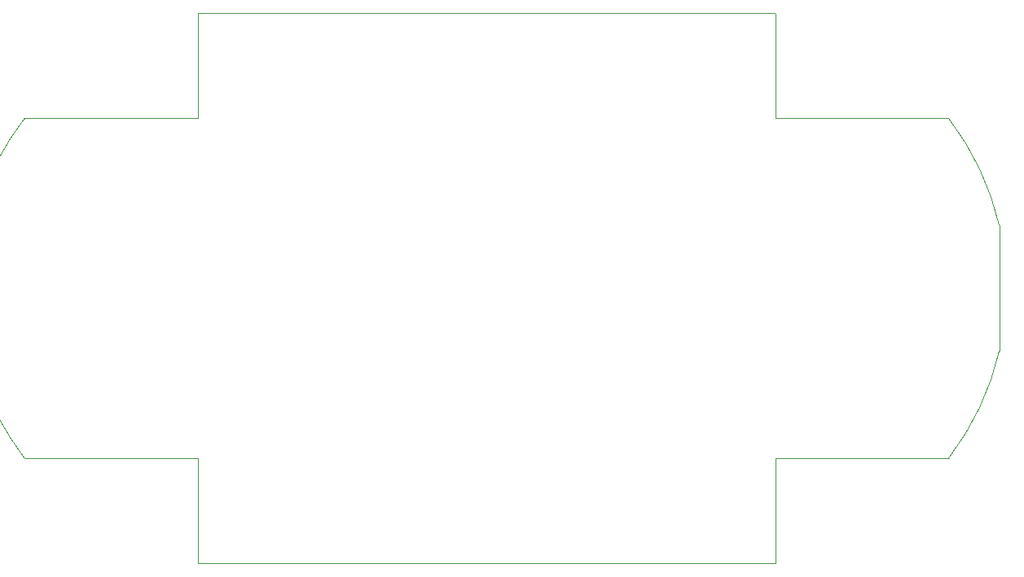
<source format=gbr>
G04*
G04 #@! TF.GenerationSoftware,Altium Limited,Altium Designer,24.3.1 (35)*
G04*
G04 Layer_Color=0*
%FSLAX44Y44*%
%MOMM*%
G71*
G04*
G04 #@! TF.SameCoordinates,025A4B24-8724-457C-B47B-0DB420FA472D*
G04*
G04*
G04 #@! TF.FilePolarity,Positive*
G04*
G01*
G75*
%ADD165C,0.0254*%
D165*
X-479999Y-176784D02*
X-299974D01*
Y-285707D01*
X-299720Y-285961D01*
X299579D01*
X299974Y-285750D01*
Y-176784D01*
X480002D01*
X480274Y-176695D01*
D02*
G03*
X532815Y-65293I-230274J176695D01*
G01*
X532809Y-65158D01*
Y65158D01*
X532815Y65293D01*
D02*
G03*
X480274Y176695I-282815J-65293D01*
G01*
X480002Y176784D01*
X299974D01*
Y285750D01*
X299720Y286004D01*
X-299720D01*
X-299974Y285750D01*
Y176784D01*
X-480002D01*
X-480274Y176695D01*
D02*
G03*
X-479999Y-176784I230274J-176695D01*
G01*
M02*

</source>
